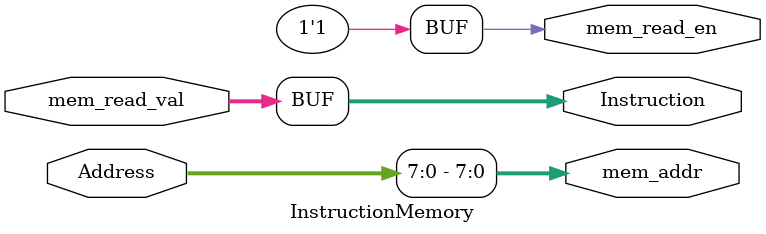
<source format=v>
`ifndef __INSTRUCTIONMEMORY_V__
`define __INSTRUCTIONMEMORY_V__

module InstructionMemory # (
	parameter MEM_WIDTH = 32,
	parameter MEM_SIZE = 256
	)	(
	input wire [31:0] Address,
	output wire [31:0] Instruction,

	output wire [$clog2(MEM_SIZE)-1:0] mem_addr,
	output wire mem_read_en,
	input wire [MEM_WIDTH-1:0] mem_read_val
	);

	assign mem_addr = Address;
	assign mem_read_en = 1'b1;
	assign Instruction = mem_read_val;

endmodule

`endif /*__INSTRUCTIONMEMORY_V__*/

</source>
